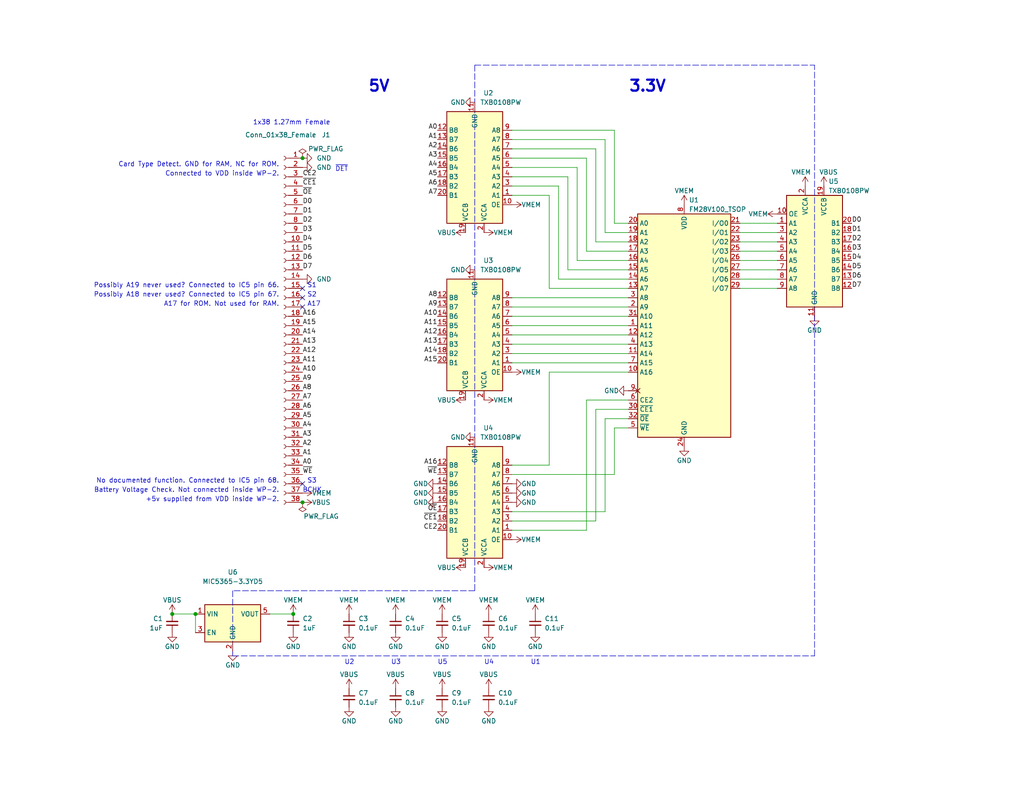
<source format=kicad_sch>
(kicad_sch (version 20211123) (generator eeschema)
  (paper "USLetter")
  (title_block (title "WP-2_IC-Card_FRAM_128K") (date "2023-01-11") (rev "001") (company "Brian K. White - b.kenyon.w@gmail.com"))
  (lib_symbols
    (symbol "0_LOCAL:62-65C1024_TSOP-I-32"
      (property "Reference" "U" (at -10.16 31.75 0))
      (property "Value" "62-65C1024_TSOP-I-32" (at 12.7 31.75 0))
      (symbol "62-65C1024_TSOP-I-32_0_1"
        (rectangle (start -12.7 30.48) (end 12.7 -30.48) (stroke (width 0.254)) (fill (type background)))
      )
      (symbol "62-65C1024_TSOP-I-32_1_1"
        (pin input line (at -15.24 0 0) (length 2.54) (name "A11") (number "1"))
        (pin input line (at -15.24 -12.7 0) (length 2.54) (name "A16") (number "10"))
        (pin input line (at -15.24 -7.62 0) (length 2.54) (name "A14") (number "11"))
        (pin input line (at -15.24 -2.54 0) (length 2.54) (name "A12") (number "12"))
        (pin input line (at -15.24 10.16 0) (length 2.54) (name "A7") (number "13"))
        (pin input line (at -15.24 12.7 0) (length 2.54) (name "A6") (number "14"))
        (pin input line (at -15.24 15.24 0) (length 2.54) (name "A5") (number "15"))
        (pin input line (at -15.24 17.78 0) (length 2.54) (name "A4") (number "16"))
        (pin input line (at -15.24 20.32 0) (length 2.54) (name "A3") (number "17"))
        (pin input line (at -15.24 22.86 0) (length 2.54) (name "A2") (number "18"))
        (pin input line (at -15.24 25.4 0) (length 2.54) (name "A1") (number "19"))
        (pin input line (at -15.24 5.08 0) (length 2.54) (name "A9") (number "2"))
        (pin input line (at -15.24 27.94 0) (length 2.54) (name "A0") (number "20"))
        (pin bidirectional line (at 15.24 27.94 180) (length 2.54) (name "I/O0") (number "21"))
        (pin bidirectional line (at 15.24 25.4 180) (length 2.54) (name "I/O1") (number "22"))
        (pin bidirectional line (at 15.24 22.86 180) (length 2.54) (name "I/O2") (number "23"))
        (pin power_in line (at 0 -33.02 90) (length 2.54) (name "GND") (number "24"))
        (pin bidirectional line (at 15.24 20.32 180) (length 2.54) (name "I/O3") (number "25"))
        (pin bidirectional line (at 15.24 17.78 180) (length 2.54) (name "I/O4") (number "26"))
        (pin bidirectional line (at 15.24 15.24 180) (length 2.54) (name "I/O5") (number "27"))
        (pin bidirectional line (at 15.24 12.7 180) (length 2.54) (name "I/O6") (number "28"))
        (pin bidirectional line (at 15.24 10.16 180) (length 2.54) (name "I/O7") (number "29"))
        (pin input line (at -15.24 7.62 0) (length 2.54) (name "A8") (number "3"))
        (pin input line (at -15.24 -22.86 0) (length 2.54) (name "~{CE1}") (number "30"))
        (pin input line (at -15.24 2.54 0) (length 2.54) (name "A10") (number "31"))
        (pin input line (at -15.24 -25.4 0) (length 2.54) (name "~{OE}") (number "32"))
        (pin input line (at -15.24 -5.08 0) (length 2.54) (name "A13") (number "4"))
        (pin input line (at -15.24 -27.94 0) (length 2.54) (name "~{WE}") (number "5"))
        (pin input line (at -15.24 -20.32 0) (length 2.54) (name "CE2") (number "6"))
        (pin input line (at -15.24 -10.16 0) (length 2.54) (name "A15") (number "7"))
        (pin power_in line (at 0 33.02 270) (length 2.54) (name "VDD") (number "8"))
        (pin passive non_logic (at -15.24 -17.78 0) (length 2.54) (name "~") (number "9"))
      )
    )
    (symbol "0_LOCAL:C_Small" (pin_numbers hide) (pin_names (offset 0.254) hide)
      (property "Reference" "C" (at 0.254 1.778 0))
      (property "Value" "C_Small" (at 0.254 -2.032 0))
      (symbol "C_Small_0_1"
        (polyline (pts (xy -1.524 -0.508) (xy 1.524 -0.508)) (stroke (width 0.3302)))
        (polyline (pts (xy -1.524 0.508) (xy 1.524 0.508)) (stroke (width 0.3048)))
      )
      (symbol "C_Small_1_1"
        (pin passive line (at 0 2.54 270) (length 2.032) (name "~") (number "1"))
        (pin passive line (at 0 -2.54 90) (length 2.032) (name "~") (number "2"))
      )
    )
    (symbol "0_LOCAL:Conn_01x38_Female" (pin_names (offset 1.016) hide)
      (property "Reference" "J" (at 0 48.26 0))
      (property "Value" "Conn_01x38_Female" (at 0 -50.8 0))
      (symbol "Conn_01x38_Female_1_1"
        (arc (start 0 -47.752) (mid -0.508 -48.26) (end 0 -48.768) (stroke (width 0.1524)))
        (arc (start 0 -45.212) (mid -0.508 -45.72) (end 0 -46.228) (stroke (width 0.1524)))
        (arc (start 0 -42.672) (mid -0.508 -43.18) (end 0 -43.688) (stroke (width 0.1524)))
        (arc (start 0 -40.132) (mid -0.508 -40.64) (end 0 -41.148) (stroke (width 0.1524)))
        (arc (start 0 -37.592) (mid -0.508 -38.1) (end 0 -38.608) (stroke (width 0.1524)))
        (arc (start 0 -35.052) (mid -0.508 -35.56) (end 0 -36.068) (stroke (width 0.1524)))
        (arc (start 0 -32.512) (mid -0.508 -33.02) (end 0 -33.528) (stroke (width 0.1524)))
        (arc (start 0 -29.972) (mid -0.508 -30.48) (end 0 -30.988) (stroke (width 0.1524)))
        (arc (start 0 -27.432) (mid -0.508 -27.94) (end 0 -28.448) (stroke (width 0.1524)))
        (arc (start 0 -24.892) (mid -0.508 -25.4) (end 0 -25.908) (stroke (width 0.1524)))
        (arc (start 0 -22.352) (mid -0.508 -22.86) (end 0 -23.368) (stroke (width 0.1524)))
        (arc (start 0 -19.812) (mid -0.508 -20.32) (end 0 -20.828) (stroke (width 0.1524)))
        (arc (start 0 -17.272) (mid -0.508 -17.78) (end 0 -18.288) (stroke (width 0.1524)))
        (arc (start 0 -14.732) (mid -0.508 -15.24) (end 0 -15.748) (stroke (width 0.1524)))
        (arc (start 0 -12.192) (mid -0.508 -12.7) (end 0 -13.208) (stroke (width 0.1524)))
        (arc (start 0 -9.652) (mid -0.508 -10.16) (end 0 -10.668) (stroke (width 0.1524)))
        (arc (start 0 -7.112) (mid -0.508 -7.62) (end 0 -8.128) (stroke (width 0.1524)))
        (arc (start 0 -4.572) (mid -0.508 -5.08) (end 0 -5.588) (stroke (width 0.1524)))
        (arc (start 0 -2.032) (mid -0.508 -2.54) (end 0 -3.048) (stroke (width 0.1524)))
        (polyline (pts (xy -1.27 -48.26) (xy -0.508 -48.26)) (stroke (width 0.1524)))
        (polyline (pts (xy -1.27 -45.72) (xy -0.508 -45.72)) (stroke (width 0.1524)))
        (polyline (pts (xy -1.27 -43.18) (xy -0.508 -43.18)) (stroke (width 0.1524)))
        (polyline (pts (xy -1.27 -40.64) (xy -0.508 -40.64)) (stroke (width 0.1524)))
        (polyline (pts (xy -1.27 -38.1) (xy -0.508 -38.1)) (stroke (width 0.1524)))
        (polyline (pts (xy -1.27 -35.56) (xy -0.508 -35.56)) (stroke (width 0.1524)))
        (polyline (pts (xy -1.27 -33.02) (xy -0.508 -33.02)) (stroke (width 0.1524)))
        (polyline (pts (xy -1.27 -30.48) (xy -0.508 -30.48)) (stroke (width 0.1524)))
        (polyline (pts (xy -1.27 -27.94) (xy -0.508 -27.94)) (stroke (width 0.1524)))
        (polyline (pts (xy -1.27 -25.4) (xy -0.508 -25.4)) (stroke (width 0.1524)))
        (polyline (pts (xy -1.27 -22.86) (xy -0.508 -22.86)) (stroke (width 0.1524)))
        (polyline (pts (xy -1.27 -20.32) (xy -0.508 -20.32)) (stroke (width 0.1524)))
        (polyline (pts (xy -1.27 -17.78) (xy -0.508 -17.78)) (stroke (width 0.1524)))
        (polyline (pts (xy -1.27 -15.24) (xy -0.508 -15.24)) (stroke (width 0.1524)))
        (polyline (pts (xy -1.27 -12.7) (xy -0.508 -12.7)) (stroke (width 0.1524)))
        (polyline (pts (xy -1.27 -10.16) (xy -0.508 -10.16)) (stroke (width 0.1524)))
        (polyline (pts (xy -1.27 -7.62) (xy -0.508 -7.62)) (stroke (width 0.1524)))
        (polyline (pts (xy -1.27 -5.08) (xy -0.508 -5.08)) (stroke (width 0.1524)))
        (polyline (pts (xy -1.27 -2.54) (xy -0.508 -2.54)) (stroke (width 0.1524)))
        (polyline (pts (xy -1.27 0) (xy -0.508 0)) (stroke (width 0.1524)))
        (polyline (pts (xy -1.27 2.54) (xy -0.508 2.54)) (stroke (width 0.1524)))
        (polyline (pts (xy -1.27 5.08) (xy -0.508 5.08)) (stroke (width 0.1524)))
        (polyline (pts (xy -1.27 7.62) (xy -0.508 7.62)) (stroke (width 0.1524)))
        (polyline (pts (xy -1.27 10.16) (xy -0.508 10.16)) (stroke (width 0.1524)))
        (polyline (pts (xy -1.27 12.7) (xy -0.508 12.7)) (stroke (width 0.1524)))
        (polyline (pts (xy -1.27 15.24) (xy -0.508 15.24)) (stroke (width 0.1524)))
        (polyline (pts (xy -1.27 17.78) (xy -0.508 17.78)) (stroke (width 0.1524)))
        (polyline (pts (xy -1.27 20.32) (xy -0.508 20.32)) (stroke (width 0.1524)))
        (polyline (pts (xy -1.27 22.86) (xy -0.508 22.86)) (stroke (width 0.1524)))
        (polyline (pts (xy -1.27 25.4) (xy -0.508 25.4)) (stroke (width 0.1524)))
        (polyline (pts (xy -1.27 27.94) (xy -0.508 27.94)) (stroke (width 0.1524)))
        (polyline (pts (xy -1.27 30.48) (xy -0.508 30.48)) (stroke (width 0.1524)))
        (polyline (pts (xy -1.27 33.02) (xy -0.508 33.02)) (stroke (width 0.1524)))
        (polyline (pts (xy -1.27 35.56) (xy -0.508 35.56)) (stroke (width 0.1524)))
        (polyline (pts (xy -1.27 38.1) (xy -0.508 38.1)) (stroke (width 0.1524)))
        (polyline (pts (xy -1.27 40.64) (xy -0.508 40.64)) (stroke (width 0.1524)))
        (polyline (pts (xy -1.27 43.18) (xy -0.508 43.18)) (stroke (width 0.1524)))
        (polyline (pts (xy -1.27 45.72) (xy -0.508 45.72)) (stroke (width 0.1524)))
        (arc (start 0 0.508) (mid -0.508 0) (end 0 -0.508) (stroke (width 0.1524)))
        (arc (start 0 3.048) (mid -0.508 2.54) (end 0 2.032) (stroke (width 0.1524)))
        (arc (start 0 5.588) (mid -0.508 5.08) (end 0 4.572) (stroke (width 0.1524)))
        (arc (start 0 8.128) (mid -0.508 7.62) (end 0 7.112) (stroke (width 0.1524)))
        (arc (start 0 10.668) (mid -0.508 10.16) (end 0 9.652) (stroke (width 0.1524)))
        (arc (start 0 13.208) (mid -0.508 12.7) (end 0 12.192) (stroke (width 0.1524)))
        (arc (start 0 15.748) (mid -0.508 15.24) (end 0 14.732) (stroke (width 0.1524)))
        (arc (start 0 18.288) (mid -0.508 17.78) (end 0 17.272) (stroke (width 0.1524)))
        (arc (start 0 20.828) (mid -0.508 20.32) (end 0 19.812) (stroke (width 0.1524)))
        (arc (start 0 23.368) (mid -0.508 22.86) (end 0 22.352) (stroke (width 0.1524)))
        (arc (start 0 25.908) (mid -0.508 25.4) (end 0 24.892) (stroke (width 0.1524)))
        (arc (start 0 28.448) (mid -0.508 27.94) (end 0 27.432) (stroke (width 0.1524)))
        (arc (start 0 30.988) (mid -0.508 30.48) (end 0 29.972) (stroke (width 0.1524)))
        (arc (start 0 33.528) (mid -0.508 33.02) (end 0 32.512) (stroke (width 0.1524)))
        (arc (start 0 36.068) (mid -0.508 35.56) (end 0 35.052) (stroke (width 0.1524)))
        (arc (start 0 38.608) (mid -0.508 38.1) (end 0 37.592) (stroke (width 0.1524)))
        (arc (start 0 41.148) (mid -0.508 40.64) (end 0 40.132) (stroke (width 0.1524)))
        (arc (start 0 43.688) (mid -0.508 43.18) (end 0 42.672) (stroke (width 0.1524)))
        (arc (start 0 46.228) (mid -0.508 45.72) (end 0 45.212) (stroke (width 0.1524)))
        (pin passive line (at -5.08 45.72 0) (length 3.81) (name "Pin_1") (number "1"))
        (pin passive line (at -5.08 22.86 0) (length 3.81) (name "Pin_10") (number "10"))
        (pin passive line (at -5.08 20.32 0) (length 3.81) (name "Pin_11") (number "11"))
        (pin passive line (at -5.08 17.78 0) (length 3.81) (name "Pin_12") (number "12"))
        (pin passive line (at -5.08 15.24 0) (length 3.81) (name "Pin_13") (number "13"))
        (pin passive line (at -5.08 12.7 0) (length 3.81) (name "Pin_14") (number "14"))
        (pin passive line (at -5.08 10.16 0) (length 3.81) (name "Pin_15") (number "15"))
        (pin passive line (at -5.08 7.62 0) (length 3.81) (name "Pin_16") (number "16"))
        (pin passive line (at -5.08 5.08 0) (length 3.81) (name "Pin_17") (number "17"))
        (pin passive line (at -5.08 2.54 0) (length 3.81) (name "Pin_18") (number "18"))
        (pin passive line (at -5.08 0 0) (length 3.81) (name "Pin_19") (number "19"))
        (pin passive line (at -5.08 43.18 0) (length 3.81) (name "Pin_2") (number "2"))
        (pin passive line (at -5.08 -2.54 0) (length 3.81) (name "Pin_20") (number "20"))
        (pin passive line (at -5.08 -5.08 0) (length 3.81) (name "Pin_21") (number "21"))
        (pin passive line (at -5.08 -7.62 0) (length 3.81) (name "Pin_22") (number "22"))
        (pin passive line (at -5.08 -10.16 0) (length 3.81) (name "Pin_23") (number "23"))
        (pin passive line (at -5.08 -12.7 0) (length 3.81) (name "Pin_24") (number "24"))
        (pin passive line (at -5.08 -15.24 0) (length 3.81) (name "Pin_25") (number "25"))
        (pin passive line (at -5.08 -17.78 0) (length 3.81) (name "Pin_26") (number "26"))
        (pin passive line (at -5.08 -20.32 0) (length 3.81) (name "Pin_27") (number "27"))
        (pin passive line (at -5.08 -22.86 0) (length 3.81) (name "Pin_28") (number "28"))
        (pin passive line (at -5.08 -25.4 0) (length 3.81) (name "Pin_29") (number "29"))
        (pin passive line (at -5.08 40.64 0) (length 3.81) (name "Pin_3") (number "3"))
        (pin passive line (at -5.08 -27.94 0) (length 3.81) (name "Pin_30") (number "30"))
        (pin passive line (at -5.08 -30.48 0) (length 3.81) (name "Pin_31") (number "31"))
        (pin passive line (at -5.08 -33.02 0) (length 3.81) (name "Pin_32") (number "32"))
        (pin passive line (at -5.08 -35.56 0) (length 3.81) (name "Pin_33") (number "33"))
        (pin passive line (at -5.08 -38.1 0) (length 3.81) (name "Pin_34") (number "34"))
        (pin passive line (at -5.08 -40.64 0) (length 3.81) (name "Pin_35") (number "35"))
        (pin passive line (at -5.08 -43.18 0) (length 3.81) (name "Pin_36") (number "36"))
        (pin passive line (at -5.08 -45.72 0) (length 3.81) (name "Pin_37") (number "37"))
        (pin passive line (at -5.08 -48.26 0) (length 3.81) (name "Pin_38") (number "38"))
        (pin passive line (at -5.08 38.1 0) (length 3.81) (name "Pin_4") (number "4"))
        (pin passive line (at -5.08 35.56 0) (length 3.81) (name "Pin_5") (number "5"))
        (pin passive line (at -5.08 33.02 0) (length 3.81) (name "Pin_6") (number "6"))
        (pin passive line (at -5.08 30.48 0) (length 3.81) (name "Pin_7") (number "7"))
        (pin passive line (at -5.08 27.94 0) (length 3.81) (name "Pin_8") (number "8"))
        (pin passive line (at -5.08 25.4 0) (length 3.81) (name "Pin_9") (number "9"))
      )
    )
    (symbol "0_LOCAL:MIC5365-3.3YD5"
      (property "Reference" "U" (at -7.62 6.35 0))
      (property "Value" "MIC5365-3.3YD5" (at 0 6.35 0))
      (symbol "MIC5365-3.3YD5_0_1"
        (rectangle (start -7.62 -5.08) (end 7.62 5.08) (stroke (width 0.254)) (fill (type background)))
      )
      (symbol "MIC5365-3.3YD5_1_1"
        (pin power_in line (at -10.16 2.54 0) (length 2.54) (name "VIN") (number "1"))
        (pin power_in line (at 0 -7.62 90) (length 2.54) (name "GND") (number "2"))
        (pin input line (at -10.16 -2.54 0) (length 2.54) (name "EN") (number "3"))
        (pin no_connect line (at 7.62 -2.54 180) (length 2.54) hide (name "NC") (number "4"))
        (pin power_out line (at 10.16 2.54 180) (length 2.54) (name "VOUT") (number "5"))
      )
    )
    (symbol "0_LOCAL:TXB0108PW"
      (property "Reference" "U" (at -6.35 16.51 0))
      (property "Value" "TXB0108PW" (at 3.81 16.51 0))
      (symbol "TXB0108PW_0_1"
        (rectangle (start -7.62 15.24) (end 7.62 -15.24) (stroke (width 0.254)) (fill (type background)))
      )
      (symbol "TXB0108PW_1_1"
        (pin bidirectional line (at -10.16 7.62 0) (length 2.54) (name "A1") (number "1"))
        (pin input line (at -10.16 10.16 0) (length 2.54) (name "OE") (number "10"))
        (pin power_in line (at 0 -17.78 90) (length 2.54) (name "GND") (number "11"))
        (pin bidirectional line (at 10.16 -10.16 180) (length 2.54) (name "B8") (number "12"))
        (pin bidirectional line (at 10.16 -7.62 180) (length 2.54) (name "B7") (number "13"))
        (pin bidirectional line (at 10.16 -5.08 180) (length 2.54) (name "B6") (number "14"))
        (pin bidirectional line (at 10.16 -2.54 180) (length 2.54) (name "B5") (number "15"))
        (pin bidirectional line (at 10.16 0 180) (length 2.54) (name "B4") (number "16"))
        (pin bidirectional line (at 10.16 2.54 180) (length 2.54) (name "B3") (number "17"))
        (pin bidirectional line (at 10.16 5.08 180) (length 2.54) (name "B2") (number "18"))
        (pin power_in line (at 2.54 17.78 270) (length 2.54) (name "VCCB") (number "19"))
        (pin power_in line (at -2.54 17.78 270) (length 2.54) (name "VCCA") (number "2"))
        (pin bidirectional line (at 10.16 7.62 180) (length 2.54) (name "B1") (number "20"))
        (pin bidirectional line (at -10.16 5.08 0) (length 2.54) (name "A2") (number "3"))
        (pin bidirectional line (at -10.16 2.54 0) (length 2.54) (name "A3") (number "4"))
        (pin bidirectional line (at -10.16 0 0) (length 2.54) (name "A4") (number "5"))
        (pin bidirectional line (at -10.16 -2.54 0) (length 2.54) (name "A5") (number "6"))
        (pin bidirectional line (at -10.16 -5.08 0) (length 2.54) (name "A6") (number "7"))
        (pin bidirectional line (at -10.16 -7.62 0) (length 2.54) (name "A7") (number "8"))
        (pin bidirectional line (at -10.16 -10.16 0) (length 2.54) (name "A8") (number "9"))
      )
    )
    (symbol "PWR_FLAG_1" (power) (pin_numbers hide) (pin_names (offset 0) hide)
      (property "Value" "PWR_FLAG_1" (at 0 3.81 0))
      (symbol "PWR_FLAG_1_0_0"
        (pin power_out line (at 0 0 90) (length 0) (name "pwr") (number "1"))
      )
      (symbol "PWR_FLAG_1_0_1"
        (polyline (pts (xy 0 0) (xy 0 1.27) (xy -1.016 1.905) (xy 0 2.54) (xy 1.016 1.905) (xy 0 1.27)))
      )
    )
    (symbol "power:GND" (power) (pin_names (offset 0))
      (property "Value" "GND" (at 0 -3.81 0))
      (symbol "GND_0_1"
        (polyline (pts (xy 0 0) (xy 0 -1.27) (xy 1.27 -1.27) (xy 0 -2.54) (xy -1.27 -1.27) (xy 0 -1.27)))
      )
      (symbol "GND_1_1"
        (pin power_in line (at 0 0 270) (length 0) hide (name "GND") (number "1"))
      )
    )
    (symbol "power:PWR_FLAG" (power) (pin_numbers hide) (pin_names (offset 0) hide)
      (property "Value" "PWR_FLAG" (at 0 3.81 0))
      (symbol "PWR_FLAG_0_0"
        (pin power_out line (at 0 0 90) (length 0) (name "pwr") (number "1"))
      )
      (symbol "PWR_FLAG_0_1"
        (polyline (pts (xy 0 0) (xy 0 1.27) (xy -1.016 1.905) (xy 0 2.54) (xy 1.016 1.905) (xy 0 1.27)))
      )
    )
    (symbol "power:VBUS" (power) (pin_names (offset 0))
      (property "Value" "VBUS" (at 0 3.81 0))
      (symbol "VBUS_0_1"
        (polyline (pts (xy -0.762 1.27) (xy 0 2.54)))
        (polyline (pts (xy 0 0) (xy 0 2.54)))
        (polyline (pts (xy 0 2.54) (xy 0.762 1.27)))
      )
      (symbol "VBUS_1_1"
        (pin power_in line (at 0 0 90) (length 0) hide (name "VBUS") (number "1"))
      )
    )
    (symbol "power:VMEM" (power) (pin_names (offset 0))
      (property "Value" "VMEM" (at 0 3.81 0))
      (symbol "VMEM_0_1"
        (polyline (pts (xy -0.762 1.27) (xy 0 2.54)))
        (polyline (pts (xy 0 0) (xy 0 2.54)))
        (polyline (pts (xy 0 2.54) (xy 0.762 1.27)))
      )
      (symbol "VMEM_1_1"
        (pin power_in line (at 0 0 90) (length 0) hide (name "VMEM") (number "1"))
      )
    )
  )
  (junction (at 82.55 137.16))
  (junction (at 80.01 167.64))
  (junction (at 46.99 167.64))
  (junction (at 82.55 43.18))
  (junction (at 53.34 167.64))
  (no_connect (at 82.55 81.28))
  (no_connect (at 82.55 132.08))
  (no_connect (at 82.55 83.82))
  (no_connect (at 82.55 78.74))
  (wire (pts (xy 139.7 38.1) (xy 165.1 38.1)))
  (wire (pts (xy 160.02 43.18) (xy 160.02 68.58)))
  (wire (pts (xy 157.48 71.12) (xy 171.45 71.12)))
  (polyline (pts (xy 129.54 161.29) (xy 63.5 161.29)))
  (wire (pts (xy 149.86 127) (xy 139.7 127)))
  (wire (pts (xy 160.02 109.22) (xy 171.45 109.22)))
  (wire (pts (xy 139.7 129.54) (xy 167.64 129.54)))
  (wire (pts (xy 167.64 129.54) (xy 167.64 116.84)))
  (wire (pts (xy 139.7 144.78) (xy 160.02 144.78)))
  (wire (pts (xy 165.1 63.5) (xy 171.45 63.5)))
  (wire (pts (xy 139.7 99.06) (xy 171.45 99.06)))
  (wire (pts (xy 154.94 48.26) (xy 154.94 73.66)))
  (wire (pts (xy 171.45 101.6) (xy 149.86 101.6)))
  (wire (pts (xy 149.86 101.6) (xy 149.86 127)))
  (polyline (pts (xy 63.5 179.07) (xy 222.25 179.07)))
  (wire (pts (xy 201.93 73.66) (xy 212.09 73.66)))
  (wire (pts (xy 165.1 139.7) (xy 165.1 114.3)))
  (wire (pts (xy 201.93 66.04) (xy 212.09 66.04)))
  (wire (pts (xy 201.93 76.2) (xy 212.09 76.2)))
  (wire (pts (xy 162.56 40.64) (xy 162.56 66.04)))
  (wire (pts (xy 149.86 78.74) (xy 149.86 53.34)))
  (wire (pts (xy 162.56 111.76) (xy 162.56 142.24)))
  (wire (pts (xy 201.93 71.12) (xy 212.09 71.12)))
  (wire (pts (xy 139.7 48.26) (xy 154.94 48.26)))
  (wire (pts (xy 152.4 76.2) (xy 171.45 76.2)))
  (polyline (pts (xy 222.25 179.07) (xy 222.25 17.78)))
  (wire (pts (xy 53.34 167.64) (xy 53.34 172.72)))
  (wire (pts (xy 171.45 78.74) (xy 149.86 78.74)))
  (wire (pts (xy 157.48 45.72) (xy 157.48 71.12)))
  (wire (pts (xy 139.7 86.36) (xy 171.45 86.36)))
  (wire (pts (xy 165.1 38.1) (xy 165.1 63.5)))
  (wire (pts (xy 154.94 73.66) (xy 171.45 73.66)))
  (wire (pts (xy 201.93 78.74) (xy 212.09 78.74)))
  (polyline (pts (xy 63.5 161.29) (xy 63.5 179.07)))
  (wire (pts (xy 201.93 68.58) (xy 212.09 68.58)))
  (wire (pts (xy 139.7 43.18) (xy 160.02 43.18)))
  (wire (pts (xy 139.7 91.44) (xy 171.45 91.44)))
  (wire (pts (xy 139.7 45.72) (xy 157.48 45.72)))
  (wire (pts (xy 162.56 66.04) (xy 171.45 66.04)))
  (polyline (pts (xy 129.54 17.78) (xy 129.54 161.29)))
  (wire (pts (xy 160.02 68.58) (xy 171.45 68.58)))
  (wire (pts (xy 139.7 83.82) (xy 171.45 83.82)))
  (wire (pts (xy 46.99 167.64) (xy 53.34 167.64)))
  (wire (pts (xy 139.7 142.24) (xy 162.56 142.24)))
  (wire (pts (xy 201.93 60.96) (xy 212.09 60.96)))
  (wire (pts (xy 167.64 35.56) (xy 167.64 60.96)))
  (polyline (pts (xy 129.54 17.78) (xy 222.25 17.78)))
  (wire (pts (xy 73.66 167.64) (xy 80.01 167.64)))
  (wire (pts (xy 201.93 63.5) (xy 212.09 63.5)))
  (wire (pts (xy 152.4 50.8) (xy 152.4 76.2)))
  (wire (pts (xy 139.7 35.56) (xy 167.64 35.56)))
  (wire (pts (xy 165.1 114.3) (xy 171.45 114.3)))
  (wire (pts (xy 162.56 111.76) (xy 171.45 111.76)))
  (wire (pts (xy 167.64 116.84) (xy 171.45 116.84)))
  (wire (pts (xy 139.7 50.8) (xy 152.4 50.8)))
  (wire (pts (xy 139.7 81.28) (xy 171.45 81.28)))
  (wire (pts (xy 139.7 88.9) (xy 171.45 88.9)))
  (wire (pts (xy 160.02 109.22) (xy 160.02 144.78)))
  (wire (pts (xy 139.7 139.7) (xy 165.1 139.7)))
  (wire (pts (xy 167.64 60.96) (xy 171.45 60.96)))
  (wire (pts (xy 139.7 96.52) (xy 171.45 96.52)))
  (wire (pts (xy 149.86 53.34) (xy 139.7 53.34)))
  (wire (pts (xy 139.7 40.64) (xy 162.56 40.64)))
  (wire (pts (xy 139.7 93.98) (xy 171.45 93.98)))
  (text "Connected to VDD inside WP-2." (at 76.2 48.26 180) (effects (font (size 1.27 1.27)) (justify right bottom)))
  (text "BCHK" (at 82.55 134.62 0) (effects (font (size 1.27 1.27)) (justify left bottom)))
  (text "S1" (at 83.82 78.74 0) (effects (font (size 1.27 1.27)) (justify left bottom)))
  (text "3.3V" (at 171.45 25.4 0) (effects (font (size 3 3) (thickness 0.6) bold) (justify left bottom)))
  (text "+5v supplied from VDD inside WP-2." (at 76.2 137.16 180) (effects (font (size 1.27 1.27)) (justify right bottom)))
  (text "U2" (at 93.98 181.61 0) (effects (font (size 1.27 1.27)) (justify left bottom)))
  (text "A17" (at 83.82 83.82 0) (effects (font (size 1.27 1.27)) (justify left bottom)))
  (text "1x38 1.27mm Female" (at 90.17 34.29 180) (effects (font (size 1.27 1.27)) (justify right bottom)))
  (text "No documented function. Connected to IC5 pin 68." (at 76.2 132.08 180) (effects (font (size 1.27 1.27)) (justify right bottom)))
  (text "Possibly A19 never used? Connected to IC5 pin 66." (at 76.2 78.74 180) (effects (font (size 1.27 1.27)) (justify right bottom)))
  (text "5V" (at 100.33 25.4 0) (effects (font (size 3 3) (thickness 0.6) bold) (justify left bottom)))
  (text "Battery Voltage Check. Not connected inside WP-2." (at 76.2 134.62 180) (effects (font (size 1.27 1.27)) (justify right bottom)))
  (text "U3" (at 106.68 181.61 0) (effects (font (size 1.27 1.27)) (justify left bottom)))
  (text "~{DET}" (at 91.44 46.99 0) (effects (font (size 1.27 1.27)) (justify left bottom)))
  (text "Possibly A18 never used? Connected to IC5 pin 67." (at 76.2 81.28 180) (effects (font (size 1.27 1.27)) (justify right bottom)))
  (text "U4" (at 132.08 181.61 0) (effects (font (size 1.27 1.27)) (justify left bottom)))
  (text "U5" (at 119.38 181.61 0) (effects (font (size 1.27 1.27)) (justify left bottom)))
  (text "S2" (at 83.82 81.28 0) (effects (font (size 1.27 1.27)) (justify left bottom)))
  (text "Card Type Detect. GND for RAM, NC for ROM." (at 76.2 45.72 180) (effects (font (size 1.27 1.27)) (justify right bottom)))
  (text "U1" (at 144.78 181.61 0) (effects (font (size 1.27 1.27)) (justify left bottom)))
  (text "A17 for ROM. Not used for RAM." (at 76.2 83.82 180) (effects (font (size 1.27 1.27)) (justify right bottom)))
  (text "S3" (at 83.82 132.08 0) (effects (font (size 1.27 1.27)) (justify left bottom)))
  (label "A3" (at 119.38 43.18 180))
  (label "A10" (at 82.55 101.6 0))
  (label "D3" (at 232.41 68.58 0))
  (label "A1" (at 119.38 38.1 180))
  (label "D0" (at 82.55 55.88 0))
  (label "D7" (at 232.41 78.74 0))
  (label "D0" (at 232.41 60.96 0))
  (label "A11" (at 82.55 99.06 0))
  (label "A11" (at 119.38 88.9 180))
  (label "~{CE1}" (at 82.55 50.8 0))
  (label "A13" (at 119.38 93.98 180))
  (label "~{CE1}" (at 119.38 142.24 180))
  (label "A15" (at 119.38 99.06 180))
  (label "CE2" (at 119.38 144.78 180))
  (label "D3" (at 82.55 63.5 0))
  (label "A9" (at 82.55 104.14 0))
  (label "A10" (at 119.38 86.36 180))
  (label "D7" (at 82.55 73.66 0))
  (label "A14" (at 82.55 91.44 0))
  (label "A16" (at 82.55 86.36 0))
  (label "A2" (at 119.38 40.64 180))
  (label "A4" (at 119.38 45.72 180))
  (label "CE2" (at 82.55 48.26 0))
  (label "A6" (at 119.38 50.8 180))
  (label "~{OE}" (at 119.38 139.7 180))
  (label "A8" (at 82.55 106.68 0))
  (label "A14" (at 119.38 96.52 180))
  (label "D5" (at 82.55 68.58 0))
  (label "A7" (at 82.55 109.22 0))
  (label "A15" (at 82.55 88.9 0))
  (label "A3" (at 82.55 119.38 0))
  (label "A8" (at 119.38 81.28 180))
  (label "A12" (at 82.55 96.52 0))
  (label "A5" (at 82.55 114.3 0))
  (label "A6" (at 82.55 111.76 0))
  (label "D1" (at 82.55 58.42 0))
  (label "A16" (at 119.38 127 180))
  (label "~{OE}" (at 82.55 53.34 0))
  (label "A5" (at 119.38 48.26 180))
  (label "A2" (at 82.55 121.92 0))
  (label "A7" (at 119.38 53.34 180))
  (label "A13" (at 82.55 93.98 0))
  (label "D4" (at 232.41 71.12 0))
  (label "A0" (at 119.38 35.56 180))
  (label "A12" (at 119.38 91.44 180))
  (label "A9" (at 119.38 83.82 180))
  (label "D2" (at 82.55 60.96 0))
  (label "A1" (at 82.55 124.46 0))
  (label "~{WE}" (at 82.55 129.54 0))
  (label "A0" (at 82.55 127 0))
  (label "D2" (at 232.41 66.04 0))
  (label "D6" (at 232.41 76.2 0))
  (label "D6" (at 82.55 71.12 0))
  (label "D4" (at 82.55 66.04 0))
  (label "D5" (at 232.41 73.66 0))
  (label "A4" (at 82.55 116.84 0))
  (label "D1" (at 232.41 63.5 0))
  (label "~{WE}" (at 119.38 129.54 180))
  (symbol (lib_id "0_LOCAL:Conn_01x38_Female") (at 77.47 88.9 0) (mirror y) (unit 1)
    (property "Reference" "J1" (at 90.17 36.83 0) (effects (justify left)))
    (property "Value" "Conn_01x38_Female" (at 86.36 36.83 0) (effects (justify left)))
    (property "Footprint" "0_LOCAL:SMS-138-01-x-x_edge" (effects hide))
  )
  (symbol (lib_id "power:GND") (at 82.55 43.18 90) (mirror x) (unit 1)
    (property "Reference" "#PWR0102" (effects hide))
    (property "Value" "GND" (at 86.36 43.18 90) (effects (justify right)))
  )
  (symbol (lib_id "power:GND") (at 82.55 45.72 90) (mirror x) (unit 1)
    (property "Reference" "#PWR0105" (effects hide))
    (property "Value" "GND" (at 86.36 45.72 90) (effects (justify right)))
  )
  (symbol (lib_id "power:GND") (at 186.69 121.92 0) (unit 1)
    (property "Reference" "#PWR0106" (effects hide))
    (property "Value" "GND" (at 186.69 125.73 0))
  )
  (symbol (lib_id "power:GND") (at 82.55 76.2 90) (mirror x) (unit 1)
    (property "Reference" "#PWR0108" (effects hide))
    (property "Value" "GND" (at 86.36 76.2 90) (effects (justify right)))
  )
  (symbol (lib_id "0_LOCAL:C_Small") (at 120.65 190.5 0) (unit 1)
    (property "Reference" "C9" (at 123.19 189.23 0) (effects (justify left)))
    (property "Value" "0.1uF" (at 123.19 191.77 0) (effects (justify left)))
    (property "Footprint" "0_LOCAL:C_0805_1mm" (effects hide))
  )
  (symbol (lib_id "power:GND") (at 139.7 132.08 90) (mirror x) (unit 1)
    (property "Reference" "#PWR0131" (effects hide))
    (property "Value" "GND" (at 142.24 132.08 90) (effects (justify right)))
  )
  (symbol (lib_id "0_LOCAL:C_Small") (at 95.25 170.18 0) (unit 1)
    (property "Reference" "C3" (at 97.79 168.91 0) (effects (justify left)))
    (property "Value" "0.1uF" (at 97.79 171.45 0) (effects (justify left)))
    (property "Footprint" "0_LOCAL:C_0805_1mm" (effects hide))
  )
  (symbol (lib_id "power:VMEM") (at 139.7 101.6 270) (unit 1)
    (property "Reference" "#PWR0124" (effects hide))
    (property "Value" "VMEM" (at 142.24 101.6 90) (effects (justify left)))
  )
  (symbol (lib_id "power:VMEM") (at 82.55 134.62 270) (unit 1)
    (property "Reference" "#PWR?" (effects hide))
    (property "Value" "VMEM" (at 85.09 134.62 90) (effects (justify left)))
  )
  (symbol (lib_id "0_LOCAL:TXB0108PW") (at 129.54 137.16 180) (unit 1)
    (property "Reference" "U4" (at 134.62 116.84 0) (effects (justify left)))
    (property "Value" "TXB0108PW" (at 142.24 119.38 0) (effects (justify left)))
    (property "Footprint" "0_LOCAL:TSSOP-20_4.4x6.5mm_P0.65mm" (effects hide))
    (property "Datasheet" "http://www.ti.com/lit/ds/symlink/txb0108.pdf" (effects hide))
  )
  (symbol (lib_id "power:VBUS") (at 127 63.5 90) (unit 1)
    (property "Reference" "#PWR0127" (effects hide))
    (property "Value" "VBUS" (at 124.46 63.5 90) (effects (justify left)))
  )
  (symbol (lib_id "0_LOCAL:TXB0108PW") (at 222.25 68.58 0) (unit 1)
    (property "Reference" "U5" (at 226.06 49.53 0) (effects (justify left)))
    (property "Value" "TXB0108PW" (at 226.06 52.07 0) (effects (justify left)))
    (property "Footprint" "0_LOCAL:TSSOP-20_4.4x6.5mm_P0.65mm" (effects hide))
    (property "Datasheet" "http://www.ti.com/lit/ds/symlink/txb0108.pdf" (effects hide))
  )
  (symbol (lib_id "power:VMEM") (at 132.08 154.94 270) (unit 1)
    (property "Reference" "#PWR0132" (effects hide))
    (property "Value" "VMEM" (at 134.62 154.94 90) (effects (justify left)))
  )
  (symbol (lib_id "0_LOCAL:C_Small") (at 95.25 190.5 0) (unit 1)
    (property "Reference" "C7" (at 97.79 189.23 0) (effects (justify left)))
    (property "Value" "0.1uF" (at 97.79 191.77 0) (effects (justify left)))
    (property "Footprint" "0_LOCAL:C_0805_1mm" (effects hide))
  )
  (symbol (lib_id "power:PWR_FLAG") (at 82.55 43.18 0) (unit 1)
    (property "Reference" "#FLG0103" (effects hide))
    (property "Value" "PWR_FLAG" (at 88.9 40.64 0))
  )
  (symbol (lib_id "power:VMEM") (at 146.05 167.64 0) (unit 1)
    (property "Reference" "#PWR0144" (effects hide))
    (property "Value" "VMEM" (at 146.05 163.83 0))
  )
  (symbol (lib_id "power:GND") (at 80.01 172.72 0) (unit 1)
    (property "Reference" "#PWR0113" (effects hide))
    (property "Value" "GND" (at 80.01 176.53 0))
  )
  (symbol (lib_id "0_LOCAL:C_Small") (at 133.35 170.18 0) (unit 1)
    (property "Reference" "C6" (at 135.89 168.91 0) (effects (justify left)))
    (property "Value" "0.1uF" (at 135.89 171.45 0) (effects (justify left)))
    (property "Footprint" "0_LOCAL:C_0805_1mm" (effects hide))
  )
  (symbol (lib_id "power:VBUS") (at 224.79 50.8 0) (unit 1)
    (property "Reference" "#PWR0135" (effects hide))
    (property "Value" "VBUS" (at 223.52 46.99 0) (effects (justify left)))
  )
  (symbol (lib_id "power:VMEM") (at 132.08 63.5 270) (unit 1)
    (property "Reference" "#PWR0129" (effects hide))
    (property "Value" "VMEM" (at 134.62 63.5 90) (effects (justify left)))
  )
  (symbol (lib_id "power:VMEM") (at 219.71 50.8 0) (unit 1)
    (property "Reference" "#PWR0134" (effects hide))
    (property "Value" "VMEM" (at 215.9 46.99 0) (effects (justify left)))
  )
  (symbol (lib_id "power:GND") (at 95.25 172.72 0) (unit 1)
    (property "Reference" "#PWR0104" (effects hide))
    (property "Value" "GND" (at 95.25 176.53 0))
  )
  (symbol (lib_id "0_LOCAL:MIC5365-3.3YD5") (at 63.5 170.18 0) (unit 1)
    (property "Reference" "U6" (at 63.5 156.21 0))
    (property "Value" "MIC5365-3.3YD5" (at 63.5 158.75 0))
    (property "Footprint" "0_LOCAL:TSOT-23-5" (effects hide))
    (property "Datasheet" "http://ww1.microchip.com/downloads/en/DeviceDoc/mic5365.pdf" (effects hide))
  )
  (symbol (lib_id "0_LOCAL:TXB0108PW") (at 129.54 91.44 180) (unit 1)
    (property "Reference" "U3" (at 134.62 71.12 0) (effects (justify left)))
    (property "Value" "TXB0108PW" (at 142.24 73.66 0) (effects (justify left)))
    (property "Footprint" "0_LOCAL:TSSOP-20_4.4x6.5mm_P0.65mm" (effects hide))
    (property "Datasheet" "http://www.ti.com/lit/ds/symlink/txb0108.pdf" (effects hide))
  )
  (symbol (lib_id "power:GND") (at 95.25 193.04 0) (unit 1)
    (property "Reference" "#PWR0137" (effects hide))
    (property "Value" "GND" (at 95.25 196.85 0))
  )
  (symbol (lib_id "power:VBUS") (at 133.35 187.96 0) (unit 1)
    (property "Reference" "#PWR0140" (effects hide))
    (property "Value" "VBUS" (at 133.35 184.15 0))
  )
  (symbol (lib_id "power:GND") (at 139.7 137.16 90) (mirror x) (unit 1)
    (property "Reference" "#PWR0125" (effects hide))
    (property "Value" "GND" (at 142.24 137.16 90) (effects (justify right)))
  )
  (symbol (lib_id "0_LOCAL:C_Small") (at 133.35 190.5 0) (unit 1)
    (property "Reference" "C10" (at 135.89 189.23 0) (effects (justify left)))
    (property "Value" "0.1uF" (at 135.89 191.77 0) (effects (justify left)))
    (property "Footprint" "0_LOCAL:C_0805_1mm" (effects hide))
  )
  (symbol (lib_id "power:GND") (at 129.54 119.38 270) (unit 1)
    (property "Reference" "#PWR0147" (effects hide))
    (property "Value" "GND" (at 127 119.38 90) (effects (justify right)))
  )
  (symbol (lib_id "power:GND") (at 146.05 172.72 0) (unit 1)
    (property "Reference" "#PWR0145" (effects hide))
    (property "Value" "GND" (at 146.05 176.53 0))
  )
  (symbol (lib_id "power:GND") (at 222.25 86.36 0) (unit 1)
    (property "Reference" "#PWR0133" (effects hide))
    (property "Value" "GND" (at 222.25 90.17 0))
  )
  (symbol (lib_id "power:GND") (at 129.54 27.94 270) (unit 1)
    (property "Reference" "#PWR0128" (effects hide))
    (property "Value" "GND" (at 127 27.94 90) (effects (justify right)))
  )
  (symbol (lib_id "power:VBUS") (at 95.25 187.96 0) (unit 1)
    (property "Reference" "#PWR0136" (effects hide))
    (property "Value" "VBUS" (at 95.25 184.15 0))
  )
  (symbol (lib_id "power:VBUS") (at 82.55 137.16 270) (unit 1)
    (property "Reference" "#PWR0116" (effects hide))
    (property "Value" "VBUS" (at 85.09 137.16 90) (effects (justify left)))
  )
  (symbol (lib_id "power:VMEM") (at 120.65 167.64 0) (unit 1)
    (property "Reference" "#PWR0119" (effects hide))
    (property "Value" "VMEM" (at 120.65 163.83 0))
  )
  (symbol (lib_id "power:GND") (at 107.95 193.04 0) (unit 1)
    (property "Reference" "#PWR0143" (effects hide))
    (property "Value" "GND" (at 107.95 196.85 0))
  )
  (symbol (lib_id "power:VBUS") (at 120.65 187.96 0) (unit 1)
    (property "Reference" "#PWR0141" (effects hide))
    (property "Value" "VBUS" (at 120.65 184.15 0))
  )
  (symbol (lib_id "power:VBUS") (at 127 109.22 90) (unit 1)
    (property "Reference" "#PWR0148" (effects hide))
    (property "Value" "VBUS" (at 124.46 109.22 90) (effects (justify left)))
  )
  (symbol (lib_id "0_LOCAL:C_Small") (at 107.95 190.5 0) (unit 1)
    (property "Reference" "C8" (at 110.49 189.23 0) (effects (justify left)))
    (property "Value" "0.1uF" (at 110.49 191.77 0) (effects (justify left)))
    (property "Footprint" "0_LOCAL:C_0805_1mm" (effects hide))
  )
  (symbol (lib_id "power:GND") (at 133.35 172.72 0) (unit 1)
    (property "Reference" "#PWR0120" (effects hide))
    (property "Value" "GND" (at 133.35 176.53 0))
  )
  (symbol (lib_id "power:VMEM") (at 212.09 58.42 90) (unit 1)
    (property "Reference" "#PWR0150" (effects hide))
    (property "Value" "VMEM" (at 209.55 58.42 90) (effects (justify left)))
  )
  (symbol (lib_id "power:GND") (at 119.38 134.62 270) (unit 1)
    (property "Reference" "#PWR0123" (effects hide))
    (property "Value" "GND" (at 116.84 134.62 90) (effects (justify right)))
  )
  (symbol (lib_id "power:VMEM") (at 95.25 167.64 0) (unit 1)
    (property "Reference" "#PWR0110" (effects hide))
    (property "Value" "VMEM" (at 95.25 163.83 0))
  )
  (symbol (lib_id "power:GND") (at 63.5 177.8 0) (unit 1)
    (property "Reference" "#PWR0112" (effects hide))
    (property "Value" "GND" (at 63.5 181.61 0))
  )
  (symbol (lib_id "power:VMEM") (at 133.35 167.64 0) (unit 1)
    (property "Reference" "#PWR0117" (effects hide))
    (property "Value" "VMEM" (at 133.35 163.83 0))
  )
  (symbol (lib_id "power:GND") (at 120.65 193.04 0) (unit 1)
    (property "Reference" "#PWR0139" (effects hide))
    (property "Value" "GND" (at 120.65 196.85 0))
  )
  (symbol (lib_id "power:GND") (at 107.95 172.72 0) (unit 1)
    (property "Reference" "#PWR0114" (effects hide))
    (property "Value" "GND" (at 107.95 176.53 0))
  )
  (symbol (lib_id "power:GND") (at 171.45 106.68 270) (unit 1)
    (property "Reference" "#PWR0103" (effects hide))
    (property "Value" "GND" (at 168.91 106.68 90) (effects (justify right)))
  )
  (symbol (lib_id "power:GND") (at 120.65 172.72 0) (unit 1)
    (property "Reference" "#PWR0118" (effects hide))
    (property "Value" "GND" (at 120.65 176.53 0))
  )
  (symbol (lib_id "0_LOCAL:C_Small") (at 107.95 170.18 0) (unit 1)
    (property "Reference" "C4" (at 110.49 168.91 0) (effects (justify left)))
    (property "Value" "0.1uF" (at 110.49 171.45 0) (effects (justify left)))
    (property "Footprint" "0_LOCAL:C_0805_1mm" (effects hide))
  )
  (symbol (lib_id "power:VMEM") (at 132.08 109.22 270) (unit 1)
    (property "Reference" "#PWR0151" (effects hide))
    (property "Value" "VMEM" (at 134.62 109.22 90) (effects (justify left)))
  )
  (symbol (lib_id "0_LOCAL:C_Small") (at 80.01 170.18 180) (unit 1)
    (property "Reference" "C2" (at 82.55 168.91 0) (effects (justify right)))
    (property "Value" "1uF" (at 82.55 171.45 0) (effects (justify right)))
    (property "Footprint" "0_LOCAL:C_0805_1mm" (effects hide))
  )
  (symbol (lib_id "power:VBUS") (at 107.95 187.96 0) (unit 1)
    (property "Reference" "#PWR0142" (effects hide))
    (property "Value" "VBUS" (at 107.95 184.15 0))
  )
  (symbol (lib_id "0_LOCAL:TXB0108PW") (at 129.54 45.72 180) (unit 1)
    (property "Reference" "U2" (at 134.62 25.4 0) (effects (justify left)))
    (property "Value" "TXB0108PW" (at 142.24 27.94 0) (effects (justify left)))
    (property "Footprint" "0_LOCAL:TSSOP-20_4.4x6.5mm_P0.65mm" (effects hide))
    (property "Datasheet" "http://www.ti.com/lit/ds/symlink/txb0108.pdf" (effects hide))
  )
  (symbol (lib_id "power:VBUS") (at 46.99 167.64 0) (unit 1)
    (property "Reference" "#PWR0107" (effects hide))
    (property "Value" "VBUS" (at 46.99 163.83 0))
  )
  (symbol (lib_id "0_LOCAL:C_Small") (at 120.65 170.18 0) (unit 1)
    (property "Reference" "C5" (at 123.19 168.91 0) (effects (justify left)))
    (property "Value" "0.1uF" (at 123.19 171.45 0) (effects (justify left)))
    (property "Footprint" "0_LOCAL:C_0805_1mm" (effects hide))
  )
  (symbol (lib_id "power:VMEM") (at 186.69 55.88 0) (unit 1)
    (property "Reference" "#PWR0111" (effects hide))
    (property "Value" "VMEM" (at 186.69 52.07 0))
  )
  (symbol (lib_id "power:VMEM") (at 139.7 147.32 270) (unit 1)
    (property "Reference" "#PWR0126" (effects hide))
    (property "Value" "VMEM" (at 142.24 147.32 90) (effects (justify left)))
  )
  (symbol (lib_id "power:GND") (at 119.38 137.16 270) (unit 1)
    (property "Reference" "#PWR0122" (effects hide))
    (property "Value" "GND" (at 116.84 137.16 90) (effects (justify right)))
  )
  (symbol (lib_id "power:GND") (at 139.7 134.62 90) (mirror x) (unit 1)
    (property "Reference" "#PWR0130" (effects hide))
    (property "Value" "GND" (at 142.24 134.62 90) (effects (justify right)))
  )
  (symbol (lib_id "power:VMEM") (at 139.7 55.88 270) (unit 1)
    (property "Reference" "#PWR0149" (effects hide))
    (property "Value" "VMEM" (at 142.24 55.88 90) (effects (justify left)))
  )
  (symbol (lib_id "power:GND") (at 133.35 193.04 0) (unit 1)
    (property "Reference" "#PWR0138" (effects hide))
    (property "Value" "GND" (at 133.35 196.85 0))
  )
  (symbol (lib_id "power:VMEM") (at 80.01 167.64 0) (unit 1)
    (property "Reference" "#PWR0109" (effects hide))
    (property "Value" "VMEM" (at 80.01 163.83 0))
  )
  (symbol (lib_id "0_LOCAL:C_Small") (at 46.99 170.18 180) (unit 1)
    (property "Reference" "C1" (at 44.45 168.91 0) (effects (justify left)))
    (property "Value" "1uF" (at 44.45 171.45 0) (effects (justify left)))
    (property "Footprint" "0_LOCAL:C_0805_1mm" (effects hide))
  )
  (symbol (lib_id "power:VMEM") (at 107.95 167.64 0) (unit 1)
    (property "Reference" "#PWR0115" (effects hide))
    (property "Value" "VMEM" (at 107.95 163.83 0))
  )
  (symbol (lib_id "0_LOCAL:62-65C1024_TSOP-I-32") (at 186.69 88.9 0) (unit 1)
    (property "Reference" "U1" (at 187.96 54.61 0) (effects (justify left)))
    (property "Value" "FM28V100_TSOP" (at 187.96 57.15 0) (effects (justify left)))
    (property "Footprint" "0_LOCAL:TSOP32-14mm" (effects hide))
    (property "Datasheet" "http://www.issi.com/WW/pdf/61-64C5128AL.pdf" (effects hide))
  )
  (symbol (lib_id "power:GND") (at 129.54 73.66 270) (unit 1)
    (property "Reference" "#PWR0152" (effects hide))
    (property "Value" "GND" (at 127 73.66 90) (effects (justify right)))
  )
  (symbol (lib_name "PWR_FLAG_1") (lib_id "power:PWR_FLAG") (at 82.55 137.16 0) (mirror x) (unit 1)
    (property "Reference" "#FLG0101" (effects hide))
    (property "Value" "PWR_FLAG" (at 87.63 140.97 0))
  )
  (symbol (lib_id "0_LOCAL:C_Small") (at 146.05 170.18 0) (unit 1)
    (property "Reference" "C11" (at 148.59 168.91 0) (effects (justify left)))
    (property "Value" "0.1uF" (at 148.59 171.45 0) (effects (justify left)))
    (property "Footprint" "0_LOCAL:C_0805_1mm" (effects hide))
  )
  (symbol (lib_id "power:GND") (at 119.38 132.08 270) (unit 1)
    (property "Reference" "#PWR0121" (effects hide))
    (property "Value" "GND" (at 116.84 132.08 90) (effects (justify right)))
  )
  (symbol (lib_id "power:GND") (at 46.99 172.72 0) (unit 1)
    (property "Reference" "#PWR0101" (effects hide))
    (property "Value" "GND" (at 46.99 176.53 0))
  )
  (symbol (lib_id "power:VBUS") (at 127 154.94 90) (unit 1)
    (property "Reference" "#PWR0146" (effects hide))
    (property "Value" "VBUS" (at 124.46 154.94 90) (effects (justify left)))
  )
)
</source>
